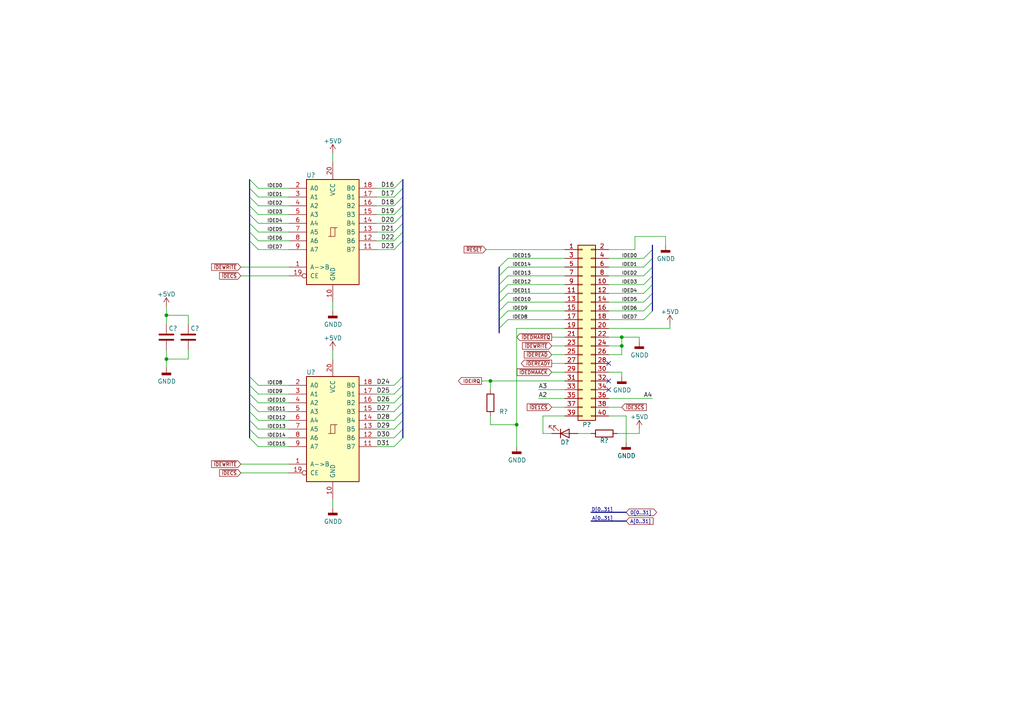
<source format=kicad_sch>
(kicad_sch (version 20211123) (generator eeschema)
  (paper "A4")
  (title_block (title "MAXI030 - 68030 based expandable computer") (date "2021-10-02") (comment 1 "Lawrence Manning"))
  (lib_symbols
    (symbol "74xx:74HC245" (pin_names (offset 1.016))
      (property "Reference" "U" (at -7.62 16.51 0))
      (property "Value" "74HC245" (at -7.62 -16.51 0))
      (symbol "74HC245_1_0"
        (polyline (pts (xy -0.635 -1.27) (xy -0.635 1.27) (xy 0.635 1.27)))
        (polyline (pts (xy -1.27 -1.27) (xy 0.635 -1.27) (xy 0.635 1.27) (xy 1.27 1.27)))
        (pin input line (at -12.7 -10.16 0) (length 5.08) (name "A->B") (number "1"))
        (pin power_in line (at 0 -20.32 90) (length 5.08) (name "GND") (number "10"))
        (pin tri_state line (at 12.7 -5.08 180) (length 5.08) (name "B7") (number "11"))
        (pin tri_state line (at 12.7 -2.54 180) (length 5.08) (name "B6") (number "12"))
        (pin tri_state line (at 12.7 0 180) (length 5.08) (name "B5") (number "13"))
        (pin tri_state line (at 12.7 2.54 180) (length 5.08) (name "B4") (number "14"))
        (pin tri_state line (at 12.7 5.08 180) (length 5.08) (name "B3") (number "15"))
        (pin tri_state line (at 12.7 7.62 180) (length 5.08) (name "B2") (number "16"))
        (pin tri_state line (at 12.7 10.16 180) (length 5.08) (name "B1") (number "17"))
        (pin tri_state line (at 12.7 12.7 180) (length 5.08) (name "B0") (number "18"))
        (pin input inverted (at -12.7 -12.7 0) (length 5.08) (name "CE") (number "19"))
        (pin tri_state line (at -12.7 12.7 0) (length 5.08) (name "A0") (number "2"))
        (pin power_in line (at 0 20.32 270) (length 5.08) (name "VCC") (number "20"))
        (pin tri_state line (at -12.7 10.16 0) (length 5.08) (name "A1") (number "3"))
        (pin tri_state line (at -12.7 7.62 0) (length 5.08) (name "A2") (number "4"))
        (pin tri_state line (at -12.7 5.08 0) (length 5.08) (name "A3") (number "5"))
        (pin tri_state line (at -12.7 2.54 0) (length 5.08) (name "A4") (number "6"))
        (pin tri_state line (at -12.7 0 0) (length 5.08) (name "A5") (number "7"))
        (pin tri_state line (at -12.7 -2.54 0) (length 5.08) (name "A6") (number "8"))
        (pin tri_state line (at -12.7 -5.08 0) (length 5.08) (name "A7") (number "9"))
      )
      (symbol "74HC245_1_1"
        (rectangle (start -7.62 15.24) (end 7.62 -15.24) (stroke (width 0.254)) (fill (type background)))
      )
    )
    (symbol "Connector_Generic:Conn_02x20_Odd_Even" (pin_names (offset 1.016) hide)
      (property "Reference" "J" (at 1.27 25.4 0))
      (property "Value" "Conn_02x20_Odd_Even" (at 1.27 -27.94 0))
      (symbol "Conn_02x20_Odd_Even_1_1"
        (rectangle (start -1.27 -25.273) (end 0 -25.527) (stroke (width 0.1524)))
        (rectangle (start -1.27 -22.733) (end 0 -22.987) (stroke (width 0.1524)))
        (rectangle (start -1.27 -20.193) (end 0 -20.447) (stroke (width 0.1524)))
        (rectangle (start -1.27 -17.653) (end 0 -17.907) (stroke (width 0.1524)))
        (rectangle (start -1.27 -15.113) (end 0 -15.367) (stroke (width 0.1524)))
        (rectangle (start -1.27 -12.573) (end 0 -12.827) (stroke (width 0.1524)))
        (rectangle (start -1.27 -10.033) (end 0 -10.287) (stroke (width 0.1524)))
        (rectangle (start -1.27 -7.493) (end 0 -7.747) (stroke (width 0.1524)))
        (rectangle (start -1.27 -4.953) (end 0 -5.207) (stroke (width 0.1524)))
        (rectangle (start -1.27 -2.413) (end 0 -2.667) (stroke (width 0.1524)))
        (rectangle (start -1.27 0.127) (end 0 -0.127) (stroke (width 0.1524)))
        (rectangle (start -1.27 2.667) (end 0 2.413) (stroke (width 0.1524)))
        (rectangle (start -1.27 5.207) (end 0 4.953) (stroke (width 0.1524)))
        (rectangle (start -1.27 7.747) (end 0 7.493) (stroke (width 0.1524)))
        (rectangle (start -1.27 10.287) (end 0 10.033) (stroke (width 0.1524)))
        (rectangle (start -1.27 12.827) (end 0 12.573) (stroke (width 0.1524)))
        (rectangle (start -1.27 15.367) (end 0 15.113) (stroke (width 0.1524)))
        (rectangle (start -1.27 17.907) (end 0 17.653) (stroke (width 0.1524)))
        (rectangle (start -1.27 20.447) (end 0 20.193) (stroke (width 0.1524)))
        (rectangle (start -1.27 22.987) (end 0 22.733) (stroke (width 0.1524)))
        (rectangle (start -1.27 24.13) (end 3.81 -26.67) (stroke (width 0.254)) (fill (type background)))
        (rectangle (start 3.81 -25.273) (end 2.54 -25.527) (stroke (width 0.1524)))
        (rectangle (start 3.81 -22.733) (end 2.54 -22.987) (stroke (width 0.1524)))
        (rectangle (start 3.81 -20.193) (end 2.54 -20.447) (stroke (width 0.1524)))
        (rectangle (start 3.81 -17.653) (end 2.54 -17.907) (stroke (width 0.1524)))
        (rectangle (start 3.81 -15.113) (end 2.54 -15.367) (stroke (width 0.1524)))
        (rectangle (start 3.81 -12.573) (end 2.54 -12.827) (stroke (width 0.1524)))
        (rectangle (start 3.81 -10.033) (end 2.54 -10.287) (stroke (width 0.1524)))
        (rectangle (start 3.81 -7.493) (end 2.54 -7.747) (stroke (width 0.1524)))
        (rectangle (start 3.81 -4.953) (end 2.54 -5.207) (stroke (width 0.1524)))
        (rectangle (start 3.81 -2.413) (end 2.54 -2.667) (stroke (width 0.1524)))
        (rectangle (start 3.81 0.127) (end 2.54 -0.127) (stroke (width 0.1524)))
        (rectangle (start 3.81 2.667) (end 2.54 2.413) (stroke (width 0.1524)))
        (rectangle (start 3.81 5.207) (end 2.54 4.953) (stroke (width 0.1524)))
        (rectangle (start 3.81 7.747) (end 2.54 7.493) (stroke (width 0.1524)))
        (rectangle (start 3.81 10.287) (end 2.54 10.033) (stroke (width 0.1524)))
        (rectangle (start 3.81 12.827) (end 2.54 12.573) (stroke (width 0.1524)))
        (rectangle (start 3.81 15.367) (end 2.54 15.113) (stroke (width 0.1524)))
        (rectangle (start 3.81 17.907) (end 2.54 17.653) (stroke (width 0.1524)))
        (rectangle (start 3.81 20.447) (end 2.54 20.193) (stroke (width 0.1524)))
        (rectangle (start 3.81 22.987) (end 2.54 22.733) (stroke (width 0.1524)))
        (pin passive line (at -5.08 22.86 0) (length 3.81) (name "Pin_1") (number "1"))
        (pin passive line (at 7.62 12.7 180) (length 3.81) (name "Pin_10") (number "10"))
        (pin passive line (at -5.08 10.16 0) (length 3.81) (name "Pin_11") (number "11"))
        (pin passive line (at 7.62 10.16 180) (length 3.81) (name "Pin_12") (number "12"))
        (pin passive line (at -5.08 7.62 0) (length 3.81) (name "Pin_13") (number "13"))
        (pin passive line (at 7.62 7.62 180) (length 3.81) (name "Pin_14") (number "14"))
        (pin passive line (at -5.08 5.08 0) (length 3.81) (name "Pin_15") (number "15"))
        (pin passive line (at 7.62 5.08 180) (length 3.81) (name "Pin_16") (number "16"))
        (pin passive line (at -5.08 2.54 0) (length 3.81) (name "Pin_17") (number "17"))
        (pin passive line (at 7.62 2.54 180) (length 3.81) (name "Pin_18") (number "18"))
        (pin passive line (at -5.08 0 0) (length 3.81) (name "Pin_19") (number "19"))
        (pin passive line (at 7.62 22.86 180) (length 3.81) (name "Pin_2") (number "2"))
        (pin passive line (at 7.62 0 180) (length 3.81) (name "Pin_20") (number "20"))
        (pin passive line (at -5.08 -2.54 0) (length 3.81) (name "Pin_21") (number "21"))
        (pin passive line (at 7.62 -2.54 180) (length 3.81) (name "Pin_22") (number "22"))
        (pin passive line (at -5.08 -5.08 0) (length 3.81) (name "Pin_23") (number "23"))
        (pin passive line (at 7.62 -5.08 180) (length 3.81) (name "Pin_24") (number "24"))
        (pin passive line (at -5.08 -7.62 0) (length 3.81) (name "Pin_25") (number "25"))
        (pin passive line (at 7.62 -7.62 180) (length 3.81) (name "Pin_26") (number "26"))
        (pin passive line (at -5.08 -10.16 0) (length 3.81) (name "Pin_27") (number "27"))
        (pin passive line (at 7.62 -10.16 180) (length 3.81) (name "Pin_28") (number "28"))
        (pin passive line (at -5.08 -12.7 0) (length 3.81) (name "Pin_29") (number "29"))
        (pin passive line (at -5.08 20.32 0) (length 3.81) (name "Pin_3") (number "3"))
        (pin passive line (at 7.62 -12.7 180) (length 3.81) (name "Pin_30") (number "30"))
        (pin passive line (at -5.08 -15.24 0) (length 3.81) (name "Pin_31") (number "31"))
        (pin passive line (at 7.62 -15.24 180) (length 3.81) (name "Pin_32") (number "32"))
        (pin passive line (at -5.08 -17.78 0) (length 3.81) (name "Pin_33") (number "33"))
        (pin passive line (at 7.62 -17.78 180) (length 3.81) (name "Pin_34") (number "34"))
        (pin passive line (at -5.08 -20.32 0) (length 3.81) (name "Pin_35") (number "35"))
        (pin passive line (at 7.62 -20.32 180) (length 3.81) (name "Pin_36") (number "36"))
        (pin passive line (at -5.08 -22.86 0) (length 3.81) (name "Pin_37") (number "37"))
        (pin passive line (at 7.62 -22.86 180) (length 3.81) (name "Pin_38") (number "38"))
        (pin passive line (at -5.08 -25.4 0) (length 3.81) (name "Pin_39") (number "39"))
        (pin passive line (at 7.62 20.32 180) (length 3.81) (name "Pin_4") (number "4"))
        (pin passive line (at 7.62 -25.4 180) (length 3.81) (name "Pin_40") (number "40"))
        (pin passive line (at -5.08 17.78 0) (length 3.81) (name "Pin_5") (number "5"))
        (pin passive line (at 7.62 17.78 180) (length 3.81) (name "Pin_6") (number "6"))
        (pin passive line (at -5.08 15.24 0) (length 3.81) (name "Pin_7") (number "7"))
        (pin passive line (at 7.62 15.24 180) (length 3.81) (name "Pin_8") (number "8"))
        (pin passive line (at -5.08 12.7 0) (length 3.81) (name "Pin_9") (number "9"))
      )
    )
    (symbol "Device:C" (pin_numbers hide) (pin_names (offset 0.254))
      (property "Reference" "C" (at 0.635 2.54 0))
      (property "Value" "C" (at 0.635 -2.54 0))
      (symbol "C_0_1"
        (polyline (pts (xy -2.032 -0.762) (xy 2.032 -0.762)) (stroke (width 0.508)))
        (polyline (pts (xy -2.032 0.762) (xy 2.032 0.762)) (stroke (width 0.508)))
      )
      (symbol "C_1_1"
        (pin passive line (at 0 3.81 270) (length 2.794) (name "~") (number "1"))
        (pin passive line (at 0 -3.81 90) (length 2.794) (name "~") (number "2"))
      )
    )
    (symbol "Device:LED" (pin_numbers hide) (pin_names (offset 1.016) hide)
      (property "Reference" "D" (at 0 2.54 0))
      (property "Value" "LED" (at 0 -2.54 0))
      (symbol "LED_0_1"
        (polyline (pts (xy -1.27 -1.27) (xy -1.27 1.27)) (stroke (width 0.254)))
        (polyline (pts (xy -1.27 0) (xy 1.27 0)))
        (polyline (pts (xy 1.27 -1.27) (xy 1.27 1.27) (xy -1.27 0) (xy 1.27 -1.27)) (stroke (width 0.254)))
        (polyline (pts (xy -3.048 -0.762) (xy -4.572 -2.286) (xy -3.81 -2.286) (xy -4.572 -2.286) (xy -4.572 -1.524)))
        (polyline (pts (xy -1.778 -0.762) (xy -3.302 -2.286) (xy -2.54 -2.286) (xy -3.302 -2.286) (xy -3.302 -1.524)))
      )
      (symbol "LED_1_1"
        (pin passive line (at -3.81 0 0) (length 2.54) (name "K") (number "1"))
        (pin passive line (at 3.81 0 180) (length 2.54) (name "A") (number "2"))
      )
    )
    (symbol "Device:R" (pin_numbers hide) (pin_names (offset 0))
      (property "Reference" "R" (at 2.032 0 90))
      (property "Value" "R" (at 0 0 90))
      (symbol "R_0_1"
        (rectangle (start -1.016 -2.54) (end 1.016 2.54) (stroke (width 0.254)))
      )
      (symbol "R_1_1"
        (pin passive line (at 0 3.81 270) (length 1.27) (name "~") (number "1"))
        (pin passive line (at 0 -3.81 90) (length 1.27) (name "~") (number "2"))
      )
    )
    (symbol "power:+5VD" (power) (pin_names (offset 0))
      (property "Value" "+5VD" (at 0 3.556 0))
      (symbol "+5VD_0_1"
        (polyline (pts (xy -0.762 1.27) (xy 0 2.54)))
        (polyline (pts (xy 0 0) (xy 0 2.54)))
        (polyline (pts (xy 0 2.54) (xy 0.762 1.27)))
      )
      (symbol "+5VD_1_1"
        (pin power_in line (at 0 0 90) (length 0) hide (name "+5VD") (number "1"))
      )
    )
    (symbol "power:GNDD" (power) (pin_names (offset 0))
      (property "Value" "GNDD" (at 0 -3.175 0))
      (symbol "GNDD_0_1"
        (rectangle (start -1.27 -1.524) (end 1.27 -2.032) (stroke (width 0.254)) (fill (type outline)))
        (polyline (pts (xy 0 0) (xy 0 -1.524)))
      )
      (symbol "GNDD_1_1"
        (pin power_in line (at 0 0 270) (length 0) hide (name "GNDD") (number "1"))
      )
    )
  )
  (junction (at 48.26 91.44))
  (junction (at 149.86 123.19))
  (junction (at 180.34 97.79))
  (junction (at 142.24 110.49))
  (junction (at 180.34 100.33))
  (junction (at 48.26 104.14))
  (no_connect (at 176.53 110.49))
  (no_connect (at 176.53 113.03))
  (no_connect (at 176.53 105.41))
  (bus_entry (at 74.93 114.3) (size -2.54 -2.54))
  (bus_entry (at 147.32 77.47) (size -2.54 2.54))
  (bus_entry (at 114.3 121.92) (size 2.54 -2.54))
  (bus_entry (at 186.69 92.71) (size 2.54 -2.54))
  (bus_entry (at 186.69 90.17) (size 2.54 -2.54))
  (bus_entry (at 114.3 124.46) (size 2.54 -2.54))
  (bus_entry (at 147.32 80.01) (size -2.54 2.54))
  (bus_entry (at 74.93 64.77) (size -2.54 -2.54))
  (bus_entry (at 114.3 129.54) (size 2.54 -2.54))
  (bus_entry (at 114.3 59.69) (size 2.54 -2.54))
  (bus_entry (at 74.93 129.54) (size -2.54 -2.54))
  (bus_entry (at 114.3 114.3) (size 2.54 -2.54))
  (bus_entry (at 147.32 87.63) (size -2.54 2.54))
  (bus_entry (at 74.93 116.84) (size -2.54 -2.54))
  (bus_entry (at 114.3 119.38) (size 2.54 -2.54))
  (bus_entry (at 114.3 127) (size 2.54 -2.54))
  (bus_entry (at 114.3 64.77) (size 2.54 -2.54))
  (bus_entry (at 74.93 121.92) (size -2.54 -2.54))
  (bus_entry (at 74.93 59.69) (size -2.54 -2.54))
  (bus_entry (at 114.3 72.39) (size 2.54 -2.54))
  (bus_entry (at 114.3 67.31) (size 2.54 -2.54))
  (bus_entry (at 74.93 62.23) (size -2.54 -2.54))
  (bus_entry (at 74.93 69.85) (size -2.54 -2.54))
  (bus_entry (at 114.3 69.85) (size 2.54 -2.54))
  (bus_entry (at 74.93 124.46) (size -2.54 -2.54))
  (bus_entry (at 186.69 85.09) (size 2.54 -2.54))
  (bus_entry (at 186.69 77.47) (size 2.54 -2.54))
  (bus_entry (at 147.32 92.71) (size -2.54 2.54))
  (bus_entry (at 186.69 82.55) (size 2.54 -2.54))
  (bus_entry (at 147.32 82.55) (size -2.54 2.54))
  (bus_entry (at 74.93 111.76) (size -2.54 -2.54))
  (bus_entry (at 74.93 127) (size -2.54 -2.54))
  (bus_entry (at 74.93 119.38) (size -2.54 -2.54))
  (bus_entry (at 114.3 57.15) (size 2.54 -2.54))
  (bus_entry (at 186.69 74.93) (size 2.54 -2.54))
  (bus_entry (at 186.69 80.01) (size 2.54 -2.54))
  (bus_entry (at 114.3 54.61) (size 2.54 -2.54))
  (bus_entry (at 74.93 57.15) (size -2.54 -2.54))
  (bus_entry (at 114.3 111.76) (size 2.54 -2.54))
  (bus_entry (at 147.32 74.93) (size -2.54 2.54))
  (bus_entry (at 74.93 72.39) (size -2.54 -2.54))
  (bus_entry (at 114.3 116.84) (size 2.54 -2.54))
  (bus_entry (at 74.93 54.61) (size -2.54 -2.54))
  (bus_entry (at 74.93 67.31) (size -2.54 -2.54))
  (bus_entry (at 147.32 85.09) (size -2.54 2.54))
  (bus_entry (at 114.3 62.23) (size 2.54 -2.54))
  (bus_entry (at 147.32 90.17) (size -2.54 2.54))
  (bus_entry (at 186.69 87.63) (size 2.54 -2.54))
  (wire (pts (xy 83.82 77.47) (xy 69.85 77.47)))
  (wire (pts (xy 163.83 107.95) (xy 160.02 107.95)))
  (bus (pts (xy 116.84 116.84) (xy 116.84 119.38)))
  (wire (pts (xy 180.34 107.95) (xy 180.34 109.22)))
  (bus (pts (xy 144.78 92.71) (xy 144.78 95.25)))
  (wire (pts (xy 147.32 92.71) (xy 163.83 92.71)))
  (bus (pts (xy 116.84 119.38) (xy 116.84 121.92)))
  (wire (pts (xy 149.86 95.25) (xy 149.86 123.19)))
  (wire (pts (xy 147.32 90.17) (xy 163.83 90.17)))
  (wire (pts (xy 185.42 97.79) (xy 185.42 99.06)))
  (bus (pts (xy 116.84 69.85) (xy 116.84 109.22)))
  (bus (pts (xy 72.39 57.15) (xy 72.39 59.69)))
  (wire (pts (xy 176.53 74.93) (xy 186.69 74.93)))
  (wire (pts (xy 184.15 68.58) (xy 184.15 72.39)))
  (wire (pts (xy 139.7 110.49) (xy 142.24 110.49)))
  (bus (pts (xy 116.84 67.31) (xy 116.84 69.85)))
  (bus (pts (xy 144.78 82.55) (xy 144.78 85.09)))
  (wire (pts (xy 156.21 115.57) (xy 163.83 115.57)))
  (wire (pts (xy 185.42 125.73) (xy 185.42 124.46)))
  (wire (pts (xy 96.52 147.32) (xy 96.52 144.78)))
  (wire (pts (xy 176.53 87.63) (xy 186.69 87.63)))
  (wire (pts (xy 109.22 64.77) (xy 114.3 64.77)))
  (wire (pts (xy 167.64 125.73) (xy 171.45 125.73)))
  (bus (pts (xy 144.78 85.09) (xy 144.78 87.63)))
  (wire (pts (xy 193.04 68.58) (xy 184.15 68.58)))
  (wire (pts (xy 109.22 62.23) (xy 114.3 62.23)))
  (wire (pts (xy 109.22 121.92) (xy 114.3 121.92)))
  (bus (pts (xy 144.78 87.63) (xy 144.78 90.17)))
  (wire (pts (xy 54.61 101.6) (xy 54.61 104.14)))
  (wire (pts (xy 156.21 113.03) (xy 163.83 113.03)))
  (bus (pts (xy 72.39 69.85) (xy 72.39 109.22)))
  (wire (pts (xy 48.26 91.44) (xy 48.26 93.98)))
  (bus (pts (xy 144.78 80.01) (xy 144.78 82.55)))
  (wire (pts (xy 147.32 80.01) (xy 163.83 80.01)))
  (wire (pts (xy 74.93 54.61) (xy 83.82 54.61)))
  (wire (pts (xy 109.22 124.46) (xy 114.3 124.46)))
  (bus (pts (xy 116.84 62.23) (xy 116.84 64.77)))
  (bus (pts (xy 116.84 54.61) (xy 116.84 57.15)))
  (wire (pts (xy 109.22 111.76) (xy 114.3 111.76)))
  (wire (pts (xy 176.53 100.33) (xy 180.34 100.33)))
  (wire (pts (xy 74.93 121.92) (xy 83.82 121.92)))
  (bus (pts (xy 189.23 85.09) (xy 189.23 87.63)))
  (wire (pts (xy 142.24 113.03) (xy 142.24 110.49)))
  (wire (pts (xy 193.04 71.12) (xy 193.04 68.58)))
  (wire (pts (xy 109.22 72.39) (xy 114.3 72.39)))
  (wire (pts (xy 142.24 123.19) (xy 149.86 123.19)))
  (bus (pts (xy 116.84 121.92) (xy 116.84 124.46)))
  (wire (pts (xy 74.93 64.77) (xy 83.82 64.77)))
  (bus (pts (xy 72.39 114.3) (xy 72.39 116.84)))
  (bus (pts (xy 189.23 74.93) (xy 189.23 77.47)))
  (wire (pts (xy 96.52 90.17) (xy 96.52 87.63)))
  (wire (pts (xy 109.22 127) (xy 114.3 127)))
  (wire (pts (xy 96.52 104.14) (xy 96.52 101.6)))
  (wire (pts (xy 74.93 127) (xy 83.82 127)))
  (bus (pts (xy 72.39 67.31) (xy 72.39 69.85)))
  (wire (pts (xy 96.52 46.99) (xy 96.52 44.45)))
  (wire (pts (xy 74.93 62.23) (xy 83.82 62.23)))
  (wire (pts (xy 176.53 80.01) (xy 186.69 80.01)))
  (wire (pts (xy 74.93 116.84) (xy 83.82 116.84)))
  (bus (pts (xy 72.39 54.61) (xy 72.39 57.15)))
  (bus (pts (xy 189.23 82.55) (xy 189.23 85.09)))
  (wire (pts (xy 147.32 85.09) (xy 163.83 85.09)))
  (wire (pts (xy 109.22 129.54) (xy 114.3 129.54)))
  (wire (pts (xy 74.93 57.15) (xy 83.82 57.15)))
  (bus (pts (xy 72.39 64.77) (xy 72.39 67.31)))
  (bus (pts (xy 171.45 151.13) (xy 181.61 151.13)))
  (wire (pts (xy 147.32 87.63) (xy 163.83 87.63)))
  (bus (pts (xy 72.39 59.69) (xy 72.39 62.23)))
  (wire (pts (xy 176.53 90.17) (xy 186.69 90.17)))
  (wire (pts (xy 109.22 114.3) (xy 114.3 114.3)))
  (wire (pts (xy 54.61 104.14) (xy 48.26 104.14)))
  (bus (pts (xy 72.39 62.23) (xy 72.39 64.77)))
  (bus (pts (xy 72.39 116.84) (xy 72.39 119.38)))
  (wire (pts (xy 83.82 134.62) (xy 69.85 134.62)))
  (bus (pts (xy 171.45 148.59) (xy 181.61 148.59)))
  (wire (pts (xy 74.93 67.31) (xy 83.82 67.31)))
  (wire (pts (xy 74.93 69.85) (xy 83.82 69.85)))
  (wire (pts (xy 48.26 101.6) (xy 48.26 104.14)))
  (wire (pts (xy 157.48 120.65) (xy 163.83 120.65)))
  (wire (pts (xy 147.32 74.93) (xy 163.83 74.93)))
  (bus (pts (xy 116.84 52.07) (xy 116.84 54.61)))
  (wire (pts (xy 176.53 85.09) (xy 186.69 85.09)))
  (wire (pts (xy 74.93 124.46) (xy 83.82 124.46)))
  (bus (pts (xy 189.23 80.01) (xy 189.23 82.55)))
  (wire (pts (xy 163.83 100.33) (xy 160.02 100.33)))
  (bus (pts (xy 116.84 114.3) (xy 116.84 116.84)))
  (wire (pts (xy 48.26 91.44) (xy 54.61 91.44)))
  (bus (pts (xy 144.78 95.25) (xy 144.78 96.52)))
  (wire (pts (xy 163.83 72.39) (xy 140.97 72.39)))
  (wire (pts (xy 142.24 120.65) (xy 142.24 123.19)))
  (bus (pts (xy 72.39 111.76) (xy 72.39 114.3)))
  (wire (pts (xy 74.93 129.54) (xy 83.82 129.54)))
  (bus (pts (xy 72.39 52.07) (xy 72.39 54.61)))
  (wire (pts (xy 184.15 72.39) (xy 176.53 72.39)))
  (bus (pts (xy 72.39 109.22) (xy 72.39 111.76)))
  (wire (pts (xy 147.32 77.47) (xy 163.83 77.47)))
  (wire (pts (xy 163.83 118.11) (xy 160.02 118.11)))
  (bus (pts (xy 116.84 109.22) (xy 116.84 111.76)))
  (bus (pts (xy 189.23 71.12) (xy 189.23 72.39)))
  (wire (pts (xy 180.34 97.79) (xy 180.34 100.33)))
  (wire (pts (xy 194.31 95.25) (xy 194.31 93.98)))
  (wire (pts (xy 109.22 57.15) (xy 114.3 57.15)))
  (wire (pts (xy 109.22 116.84) (xy 114.3 116.84)))
  (wire (pts (xy 163.83 105.41) (xy 160.02 105.41)))
  (wire (pts (xy 157.48 125.73) (xy 160.02 125.73)))
  (bus (pts (xy 144.78 90.17) (xy 144.78 92.71)))
  (wire (pts (xy 109.22 69.85) (xy 114.3 69.85)))
  (wire (pts (xy 176.53 107.95) (xy 180.34 107.95)))
  (wire (pts (xy 163.83 97.79) (xy 160.02 97.79)))
  (wire (pts (xy 176.53 82.55) (xy 186.69 82.55)))
  (bus (pts (xy 189.23 87.63) (xy 189.23 90.17)))
  (bus (pts (xy 116.84 124.46) (xy 116.84 127)))
  (bus (pts (xy 189.23 72.39) (xy 189.23 74.93)))
  (wire (pts (xy 176.53 118.11) (xy 180.34 118.11)))
  (wire (pts (xy 176.53 97.79) (xy 180.34 97.79)))
  (wire (pts (xy 109.22 54.61) (xy 114.3 54.61)))
  (wire (pts (xy 74.93 72.39) (xy 83.82 72.39)))
  (bus (pts (xy 72.39 121.92) (xy 72.39 124.46)))
  (wire (pts (xy 180.34 97.79) (xy 185.42 97.79)))
  (bus (pts (xy 116.84 59.69) (xy 116.84 62.23)))
  (wire (pts (xy 176.53 115.57) (xy 189.23 115.57)))
  (wire (pts (xy 149.86 123.19) (xy 149.86 129.54)))
  (wire (pts (xy 149.86 95.25) (xy 163.83 95.25)))
  (wire (pts (xy 74.93 119.38) (xy 83.82 119.38)))
  (wire (pts (xy 48.26 88.9) (xy 48.26 91.44)))
  (wire (pts (xy 180.34 100.33) (xy 180.34 102.87)))
  (bus (pts (xy 72.39 124.46) (xy 72.39 127)))
  (bus (pts (xy 189.23 77.47) (xy 189.23 80.01)))
  (wire (pts (xy 181.61 120.65) (xy 181.61 128.27)))
  (wire (pts (xy 163.83 102.87) (xy 160.02 102.87)))
  (bus (pts (xy 116.84 64.77) (xy 116.84 67.31)))
  (wire (pts (xy 74.93 111.76) (xy 83.82 111.76)))
  (wire (pts (xy 176.53 92.71) (xy 186.69 92.71)))
  (wire (pts (xy 180.34 102.87) (xy 176.53 102.87)))
  (wire (pts (xy 109.22 59.69) (xy 114.3 59.69)))
  (bus (pts (xy 116.84 111.76) (xy 116.84 114.3)))
  (wire (pts (xy 176.53 120.65) (xy 181.61 120.65)))
  (bus (pts (xy 144.78 77.47) (xy 144.78 80.01)))
  (wire (pts (xy 74.93 59.69) (xy 83.82 59.69)))
  (wire (pts (xy 54.61 93.98) (xy 54.61 91.44)))
  (wire (pts (xy 147.32 82.55) (xy 163.83 82.55)))
  (bus (pts (xy 72.39 119.38) (xy 72.39 121.92)))
  (wire (pts (xy 176.53 77.47) (xy 186.69 77.47)))
  (wire (pts (xy 83.82 80.01) (xy 69.85 80.01)))
  (wire (pts (xy 74.93 114.3) (xy 83.82 114.3)))
  (wire (pts (xy 157.48 125.73) (xy 157.48 120.65)))
  (wire (pts (xy 83.82 137.16) (xy 69.85 137.16)))
  (wire (pts (xy 48.26 104.14) (xy 48.26 106.68)))
  (wire (pts (xy 179.07 125.73) (xy 185.42 125.73)))
  (wire (pts (xy 142.24 110.49) (xy 163.83 110.49)))
  (wire (pts (xy 109.22 119.38) (xy 114.3 119.38)))
  (wire (pts (xy 176.53 95.25) (xy 194.31 95.25)))
  (wire (pts (xy 109.22 67.31) (xy 114.3 67.31)))
  (bus (pts (xy 116.84 57.15) (xy 116.84 59.69)))
  (label "IDED6" (at 180.34 90.17 0) (effects (font (size 0.9906 0.9906))))
  (label "IDED9" (at 148.59 90.17 0) (effects (font (size 0.9906 0.9906))))
  (label "IDED3" (at 180.34 82.55 0) (effects (font (size 0.9906 0.9906))))
  (label "A3" (at 156.21 113.03 0))
  (label "D26" (at 109.22 116.84 0))
  (label "D20" (at 110.49 64.77 0))
  (label "A[0..31]" (at 177.8 151.13 180) (effects (font (size 0.9906 0.9906))))
  (label "A4" (at 186.69 115.57 0))
  (label "D30" (at 109.22 127 0))
  (label "IDED6" (at 77.47 69.85 0) (effects (font (size 0.9906 0.9906))))
  (label "D19" (at 110.49 62.23 0))
  (label "IDED14" (at 148.59 77.47 0) (effects (font (size 0.9906 0.9906))))
  (label "D25" (at 109.22 114.3 0))
  (label "IDED2" (at 77.47 59.69 0) (effects (font (size 0.9906 0.9906))))
  (label "IDED4" (at 77.47 64.77 0) (effects (font (size 0.9906 0.9906))))
  (label "IDED12" (at 77.47 121.92 0) (effects (font (size 0.9906 0.9906))))
  (label "IDED15" (at 77.47 129.54 0) (effects (font (size 0.9906 0.9906))))
  (label "D31" (at 109.22 129.54 0))
  (label "IDED11" (at 77.47 119.38 0) (effects (font (size 0.9906 0.9906))))
  (label "IDED0" (at 77.47 54.61 0) (effects (font (size 0.9906 0.9906))))
  (label "D28" (at 109.22 121.92 0))
  (label "IDED5" (at 77.47 67.31 0) (effects (font (size 0.9906 0.9906))))
  (label "IDED8" (at 148.59 92.71 0) (effects (font (size 0.9906 0.9906))))
  (label "IDED7" (at 180.34 92.71 0) (effects (font (size 0.9906 0.9906))))
  (label "IDED1" (at 180.34 77.47 0) (effects (font (size 0.9906 0.9906))))
  (label "IDED0" (at 180.34 74.93 0) (effects (font (size 0.9906 0.9906))))
  (label "D16" (at 110.49 54.61 0))
  (label "IDED7" (at 77.47 72.39 0) (effects (font (size 0.9906 0.9906))))
  (label "IDED10" (at 148.59 87.63 0) (effects (font (size 0.9906 0.9906))))
  (label "IDED15" (at 148.59 74.93 0) (effects (font (size 0.9906 0.9906))))
  (label "IDED2" (at 180.34 80.01 0) (effects (font (size 0.9906 0.9906))))
  (label "IDED1" (at 77.47 57.15 0) (effects (font (size 0.9906 0.9906))))
  (label "IDED8" (at 77.47 111.76 0) (effects (font (size 0.9906 0.9906))))
  (label "IDED12" (at 148.59 82.55 0) (effects (font (size 0.9906 0.9906))))
  (label "A2" (at 156.21 115.57 0))
  (label "D18" (at 110.49 59.69 0))
  (label "IDED4" (at 180.34 85.09 0) (effects (font (size 0.9906 0.9906))))
  (label "D29" (at 109.22 124.46 0))
  (label "IDED10" (at 77.47 116.84 0) (effects (font (size 0.9906 0.9906))))
  (label "D[0..31]" (at 177.8 148.59 180) (effects (font (size 0.9906 0.9906))))
  (label "IDED3" (at 77.47 62.23 0) (effects (font (size 0.9906 0.9906))))
  (label "IDED9" (at 77.47 114.3 0) (effects (font (size 0.9906 0.9906))))
  (label "D21" (at 110.49 67.31 0))
  (label "D24" (at 109.22 111.76 0))
  (label "D23" (at 110.49 72.39 0))
  (label "D17" (at 110.49 57.15 0))
  (label "IDED11" (at 148.59 85.09 0) (effects (font (size 0.9906 0.9906))))
  (label "IDED13" (at 77.47 124.46 0) (effects (font (size 0.9906 0.9906))))
  (label "IDED13" (at 148.59 80.01 0) (effects (font (size 0.9906 0.9906))))
  (label "IDED5" (at 180.34 87.63 0) (effects (font (size 0.9906 0.9906))))
  (label "IDED14" (at 77.47 127 0) (effects (font (size 0.9906 0.9906))))
  (label "D27" (at 109.22 119.38 0))
  (label "D22" (at 110.49 69.85 0))
  (global_label "~{IDE1CS}" (shape input) (at 160.02 118.11 180) (effects (font (size 0.9906 0.9906))) (property "Intersheet References" "${INTERSHEET_REFS}" (effects hide)))
  (global_label "~{IDECS}" (shape input) (at 69.85 80.01 180) (effects (font (size 0.9906 0.9906))) (property "Intersheet References" "${INTERSHEET_REFS}" (effects hide)))
  (global_label "D[0..31]" (shape bidirectional) (at 181.61 148.59 0) (effects (font (size 0.9906 0.9906))) (property "Intersheet References" "${INTERSHEET_REFS}" (effects hide)))
  (global_label "~{IDEWRITE}" (shape input) (at 69.85 134.62 180) (effects (font (size 0.9906 0.9906))) (property "Intersheet References" "${INTERSHEET_REFS}" (effects hide)))
  (global_label "~{IDEREADY}" (shape output) (at 160.02 105.41 180) (effects (font (size 0.9906 0.9906))) (property "Intersheet References" "${INTERSHEET_REFS}" (effects hide)))
  (global_label "~{IDEDMAACK}" (shape input) (at 160.02 107.95 180) (effects (font (size 0.9906 0.9906))) (property "Intersheet References" "${INTERSHEET_REFS}" (effects hide)))
  (global_label "IDEIRQ" (shape output) (at 139.7 110.49 180) (effects (font (size 0.9906 0.9906))) (property "Intersheet References" "${INTERSHEET_REFS}" (effects hide)))
  (global_label "~{IDE3CS}" (shape input) (at 180.34 118.11 0) (effects (font (size 0.9906 0.9906))) (property "Intersheet References" "${INTERSHEET_REFS}" (effects hide)))
  (global_label "A[0..31]" (shape input) (at 181.61 151.13 0) (effects (font (size 0.9906 0.9906))) (property "Intersheet References" "${INTERSHEET_REFS}" (effects hide)))
  (global_label "~{IDEDMAREQ}" (shape output) (at 160.02 97.79 180) (effects (font (size 0.9906 0.9906))) (property "Intersheet References" "${INTERSHEET_REFS}" (effects hide)))
  (global_label "~{IDEREAD}" (shape input) (at 160.02 102.87 180) (effects (font (size 0.9906 0.9906))) (property "Intersheet References" "${INTERSHEET_REFS}" (effects hide)))
  (global_label "~{RESET}" (shape input) (at 140.97 72.39 180) (effects (font (size 0.9906 0.9906))) (property "Intersheet References" "${INTERSHEET_REFS}" (effects hide)))
  (global_label "~{IDECS}" (shape input) (at 69.85 137.16 180) (effects (font (size 0.9906 0.9906))) (property "Intersheet References" "${INTERSHEET_REFS}" (effects hide)))
  (global_label "~{IDEWRITE}" (shape input) (at 69.85 77.47 180) (effects (font (size 0.9906 0.9906))) (property "Intersheet References" "${INTERSHEET_REFS}" (effects hide)))
  (global_label "~{IDEWRITE}" (shape input) (at 160.02 100.33 180) (effects (font (size 0.9906 0.9906))) (property "Intersheet References" "${INTERSHEET_REFS}" (effects hide)))
  (symbol (lib_id "power:GNDD") (at 96.52 90.17 0) (unit 1)
    (property "Reference" "#PWR039" (effects hide))
  )
  (symbol (lib_id "power:GNDD") (at 96.52 147.32 0) (unit 1)
    (property "Reference" "#PWR041" (effects hide))
  )
  (symbol (lib_id "power:GNDD") (at 181.61 128.27 0) (unit 1)
    (property "Reference" "#PWR046" (effects hide))
  )
  (symbol (lib_id "power:GNDD") (at 180.34 109.22 0) (unit 1)
    (property "Reference" "#PWR045" (effects hide))
  )
  (symbol (lib_id "power:GNDD") (at 185.42 99.06 0) (unit 1)
    (property "Reference" "#PWR047" (effects hide))
  )
  (symbol (lib_id "power:GNDD") (at 193.04 71.12 0) (unit 1)
    (property "Reference" "#PWR049" (effects hide))
  )
  (symbol (lib_id "power:+5VD") (at 194.31 93.98 0) (unit 1)
    (property "Reference" "#PWR?" (effects hide))
  )
  (symbol (lib_id "Device:C") (at 48.26 97.79 0) (unit 1)
    (property "Reference" "C?" (at 48.895 95.25 0) (effects (justify left)))
  )
  (symbol (lib_id "Device:C") (at 54.61 97.79 0) (unit 1)
    (property "Reference" "C?" (at 55.245 95.25 0) (effects (justify left)))
  )
  (symbol (lib_id "power:GNDD") (at 48.26 106.68 0) (unit 1)
    (property "Reference" "#PWR?" (effects hide))
  )
  (symbol (lib_id "power:+5VD") (at 48.26 88.9 0) (unit 1)
    (property "Reference" "#PWR?" (effects hide))
  )
  (symbol (lib_id "power:GNDD") (at 149.86 129.54 0) (unit 1)
    (property "Reference" "#PWR044" (effects hide))
  )
  (symbol (lib_id "Connector_Generic:Conn_02x20_Odd_Even") (at 168.91 95.25 0) (unit 1)
    (property "Reference" "P?" (at 170.18 123.19 0))
  )
  (symbol (lib_id "power:+5VD") (at 185.42 124.46 0) (unit 1)
    (property "Reference" "#PWR?" (effects hide))
  )
  (symbol (lib_id "Device:R") (at 175.26 125.73 270) (unit 1)
    (property "Reference" "R?" (at 175.26 127.762 90))
  )
  (symbol (lib_id "Device:LED") (at 163.83 125.73 0) (mirror x) (unit 1)
    (property "Reference" "D?" (at 163.83 128.27 0))
  )
  (symbol (lib_id "Device:R") (at 142.24 116.84 180) (unit 1)
    (property "Reference" "R?" (at 146.05 119.38 0))
  )
  (symbol (lib_id "74xx:74HC245") (at 96.52 67.31 0) (unit 1)
    (property "Reference" "U?" (at 90.17 50.8 0))
    (property "Datasheet" "http://www.ti.com/lit/gpn/sn74HC245" (effects hide))
  )
  (symbol (lib_id "power:+5VD") (at 96.52 44.45 0) (unit 1)
    (property "Reference" "#PWR?" (effects hide))
  )
  (symbol (lib_id "74xx:74HC245") (at 96.52 124.46 0) (unit 1)
    (property "Reference" "U?" (at 90.17 107.95 0))
    (property "Datasheet" "http://www.ti.com/lit/gpn/sn74HC245" (effects hide))
  )
  (symbol (lib_id "power:+5VD") (at 96.52 101.6 0) (unit 1)
    (property "Reference" "#PWR?" (effects hide))
  )
)
</source>
